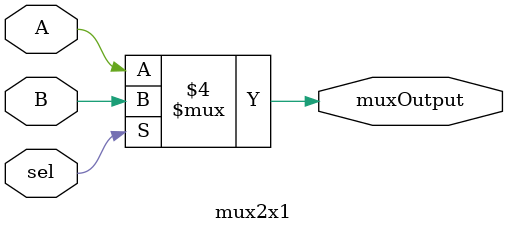
<source format=v>
module mux2x1(A, B, sel, muxOutput);
input A, B, sel;
output reg muxOutput;

always @ (A or B or sel)
       if (sel==0)
       muxOutput = A;
       else muxOutput = B;
       
endmodule 
</source>
